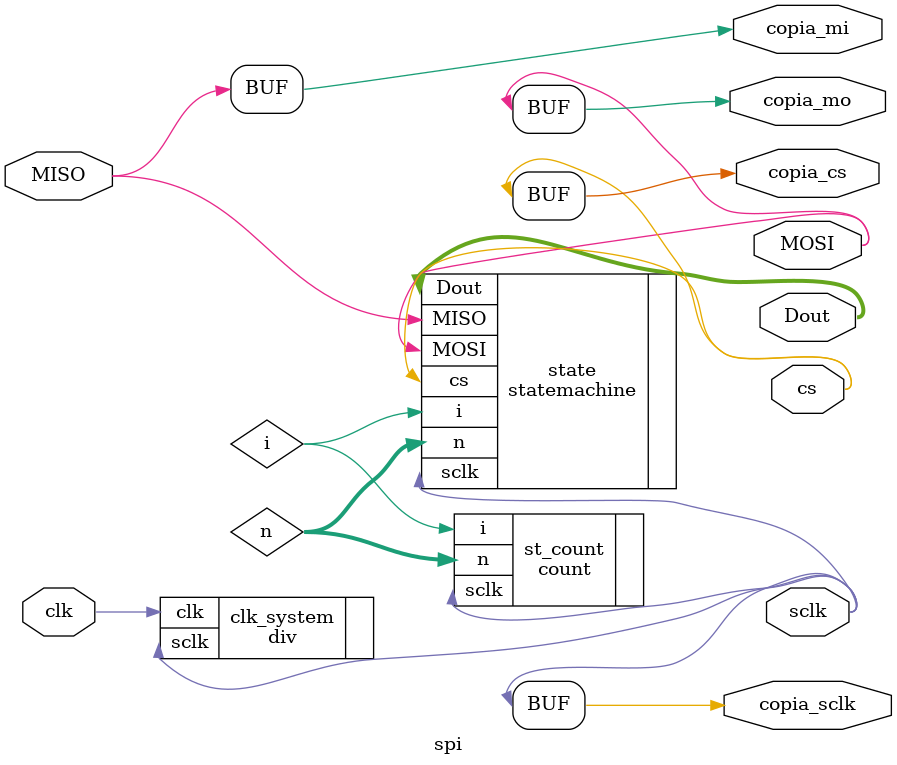
<source format=v>
`timescale 1ns / 1ps
 
module spi(MISO, MOSI, Dout, cs, clk, sclk, copia_mo, copia_mi, copia_sclk, copia_cs);

input MISO;
input clk;


output sclk;
output wire MOSI;
output wire cs;
output wire [7:0] Dout;

wire [5:0] n;
wire i;

output wire copia_mi;
output wire copia_mo;
output wire copia_sclk;
output wire copia_cs;

assign copia_mi=MISO;
assign copia_mo=MOSI;
assign copia_sclk=sclk;
assign copia_cs=cs;

div clk_system(.clk(clk), .sclk(sclk));
count st_count(.sclk(sclk), .n(n), .i(i));
statemachine state(.MISO(MISO), .MOSI(MOSI), .Dout(Dout), .sclk(sclk), .cs(cs), .n(n), .i(i));

endmodule

</source>
